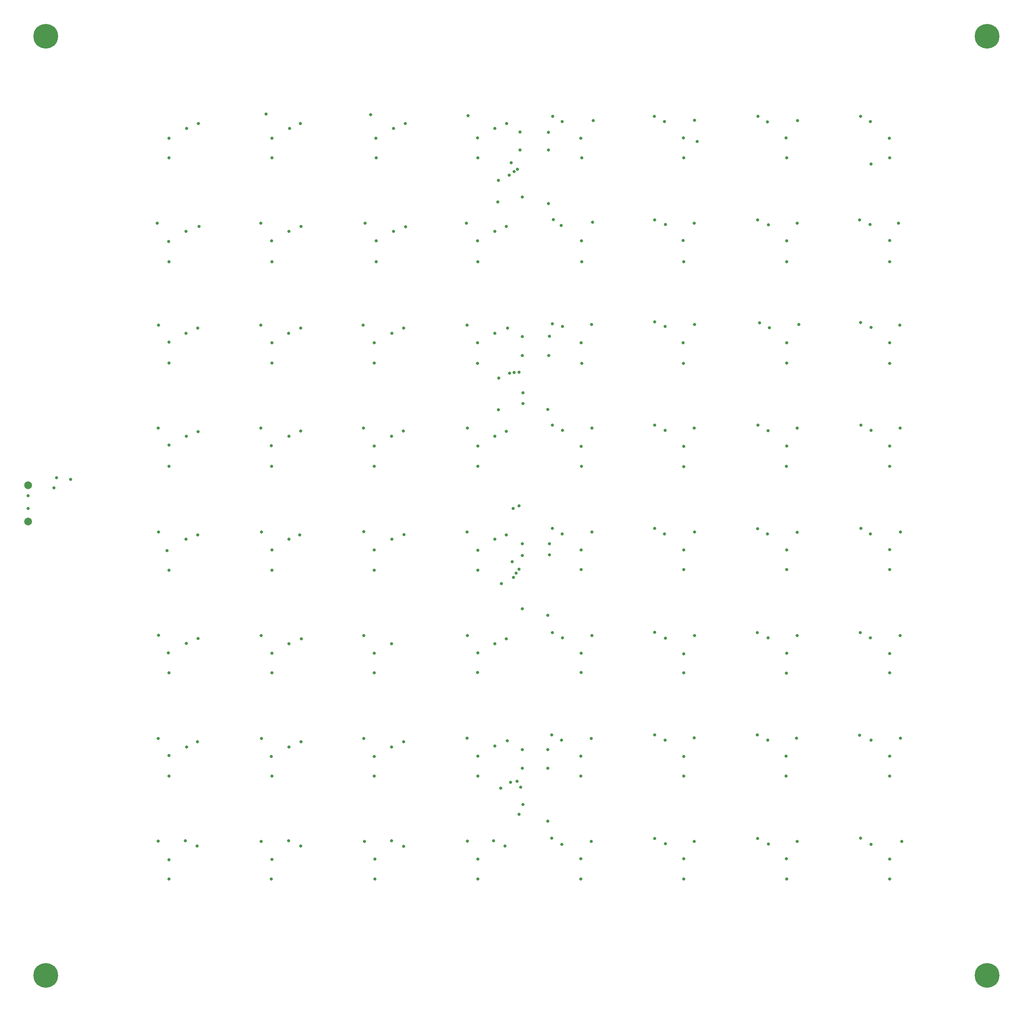
<source format=gbr>
%TF.GenerationSoftware,KiCad,Pcbnew,(6.0.8-1)-1*%
%TF.CreationDate,2022-11-25T16:28:16-05:00*%
%TF.ProjectId,smart-chessboard-board,736d6172-742d-4636-9865-7373626f6172,B*%
%TF.SameCoordinates,Original*%
%TF.FileFunction,Soldermask,Bot*%
%TF.FilePolarity,Negative*%
%FSLAX46Y46*%
G04 Gerber Fmt 4.6, Leading zero omitted, Abs format (unit mm)*
G04 Created by KiCad (PCBNEW (6.0.8-1)-1) date 2022-11-25 16:28:16*
%MOMM*%
%LPD*%
G01*
G04 APERTURE LIST*
%ADD10C,3.600000*%
%ADD11C,6.400000*%
%ADD12C,2.000000*%
%ADD13C,0.800000*%
G04 APERTURE END LIST*
D10*
%TO.C,H102*%
X347218000Y-299466000D03*
D11*
X347218000Y-299466000D03*
%TD*%
%TO.C,H104*%
X103378000Y-299466000D03*
D10*
X103378000Y-299466000D03*
%TD*%
D11*
%TO.C,H101*%
X347218000Y-56134000D03*
D10*
X347218000Y-56134000D03*
%TD*%
%TO.C,H103*%
X103378000Y-56134000D03*
D11*
X103378000Y-56134000D03*
%TD*%
D12*
%TO.C,TP1*%
X98806000Y-181864000D03*
%TD*%
%TO.C,TP2*%
X98806000Y-172466000D03*
%TD*%
D13*
X98806000Y-178435000D03*
X268430420Y-135531000D03*
X242027420Y-189185000D03*
X196013420Y-238912000D03*
X226822000Y-204470000D03*
X244817420Y-184525000D03*
X196065420Y-265957000D03*
X271350420Y-237871000D03*
X314530420Y-156851000D03*
X295083620Y-82437000D03*
X271330420Y-157631000D03*
X169390420Y-131691000D03*
X188590420Y-269282000D03*
X268580420Y-189205000D03*
X215175220Y-82423000D03*
X196103420Y-185175000D03*
X169500420Y-238902000D03*
X143070420Y-105405000D03*
X161930420Y-189175000D03*
X159040420Y-104515000D03*
X314440420Y-263907000D03*
X142755000Y-131675000D03*
X222885000Y-238633000D03*
X215270420Y-189235000D03*
X161936820Y-82473800D03*
X268600420Y-269232000D03*
X215260420Y-269282000D03*
X321915420Y-242612000D03*
X212440420Y-130951000D03*
X185738420Y-238037000D03*
X244817420Y-157621000D03*
X242017420Y-162311000D03*
X242057420Y-135531000D03*
X244680420Y-264682000D03*
X161860420Y-109125000D03*
X212500420Y-184525000D03*
X242097420Y-109095000D03*
X142785000Y-158515000D03*
X321940420Y-162281000D03*
X187463820Y-76377800D03*
X134747000Y-189357000D03*
X324610420Y-130971000D03*
X132200420Y-104535000D03*
X188433420Y-215932000D03*
X196469000Y-78740000D03*
X260996820Y-76835000D03*
X233426000Y-206121000D03*
X288280420Y-130335000D03*
X222335420Y-265938000D03*
X317130820Y-89179400D03*
X271380420Y-211362000D03*
X295260420Y-109059000D03*
X268580420Y-216082000D03*
X321965420Y-269307000D03*
X161910420Y-215962000D03*
X321910420Y-216022000D03*
X222631000Y-105410000D03*
X268590420Y-162331000D03*
X142670420Y-238902000D03*
X298030420Y-104549000D03*
X105460800Y-173075600D03*
X297815000Y-237998000D03*
X169510420Y-212232000D03*
X159190420Y-238002000D03*
X295280420Y-135545000D03*
X298450000Y-130810000D03*
X215240420Y-215902000D03*
X245121820Y-77901800D03*
X287790420Y-156865000D03*
X215260420Y-242612000D03*
X135255000Y-82550000D03*
X287819220Y-76849000D03*
X212510420Y-237987000D03*
X234696000Y-76835000D03*
X298010420Y-157625000D03*
X215150420Y-109105000D03*
X314140420Y-237237000D03*
X298000420Y-184579000D03*
X188835420Y-82473800D03*
X195933420Y-158371000D03*
X295250420Y-162305000D03*
X132524420Y-184542000D03*
X221400000Y-197925000D03*
X314500420Y-183645000D03*
X234442000Y-237109000D03*
X261060420Y-156851000D03*
X215260420Y-162251000D03*
X261040420Y-103645000D03*
X185673420Y-157601000D03*
X132535000Y-130925000D03*
X244682420Y-238012000D03*
X314340420Y-210572000D03*
X268566020Y-82423000D03*
X321906020Y-82473800D03*
X135255000Y-135382000D03*
X169395420Y-265932000D03*
X169390420Y-158361000D03*
X142723420Y-185293000D03*
X220599000Y-93472000D03*
X212540420Y-157601000D03*
X212736820Y-76682600D03*
X287770420Y-183649000D03*
X295220420Y-269232000D03*
X188423420Y-162301000D03*
X225933000Y-257683000D03*
X142825000Y-212152000D03*
X215150420Y-135511000D03*
X132525000Y-211262000D03*
X212350420Y-104525000D03*
X298030420Y-211356000D03*
X160412820Y-76225400D03*
X226822000Y-97790000D03*
X188923420Y-109105000D03*
X185713420Y-211342000D03*
X324250420Y-104545000D03*
X244777420Y-130810000D03*
X298080820Y-77915800D03*
X271350420Y-264732000D03*
X159200420Y-184515000D03*
X268470420Y-109045000D03*
X161945420Y-269332000D03*
X161740420Y-242732000D03*
X261100420Y-263932000D03*
X159090420Y-157631000D03*
X287720420Y-263957000D03*
X135200000Y-109250000D03*
X169291000Y-78740000D03*
X185865420Y-264707000D03*
X271370420Y-184515000D03*
X212535420Y-264607000D03*
X135255000Y-162052000D03*
X220726000Y-144653000D03*
X233426000Y-152781000D03*
X188473420Y-135541000D03*
X321920420Y-109045000D03*
X132500420Y-238012000D03*
X314150420Y-103645000D03*
X234537420Y-210632000D03*
X169470420Y-105405000D03*
X222631000Y-158496000D03*
X221234000Y-250952000D03*
X132500420Y-264631600D03*
X234617420Y-156831000D03*
X314438420Y-76835000D03*
X241955420Y-269232000D03*
X297995420Y-264707000D03*
X287680420Y-210606000D03*
X324680420Y-157641000D03*
X287620420Y-237126000D03*
X244827420Y-211342000D03*
X261090420Y-130061000D03*
X223012000Y-131699000D03*
X186083420Y-104525000D03*
X314390420Y-130281000D03*
X222631000Y-185293000D03*
X272122020Y-83337400D03*
X295240420Y-215946000D03*
X234823000Y-103632000D03*
X324680420Y-211332000D03*
X159170420Y-211332000D03*
X188413420Y-189225000D03*
X135128000Y-215900000D03*
X135255000Y-242443000D03*
X212530420Y-211332000D03*
X287760420Y-103669000D03*
X222631000Y-212222000D03*
X241907420Y-242637000D03*
X188463420Y-242712000D03*
X185723420Y-184425000D03*
X142575420Y-265931600D03*
X261060420Y-183635000D03*
X132475000Y-157615000D03*
X321930420Y-135511000D03*
X142875000Y-78740000D03*
X244983000Y-104267000D03*
X324730420Y-184545000D03*
X226949000Y-148463000D03*
X295120420Y-242626000D03*
X271410820Y-77851000D03*
X159060420Y-130931000D03*
X196563420Y-105425000D03*
X159170420Y-264682000D03*
X261070420Y-210562000D03*
X233426000Y-259461000D03*
X261075420Y-237112000D03*
X161760420Y-162211000D03*
X135250420Y-269456600D03*
X241935000Y-82550000D03*
X268575420Y-242687000D03*
X325115420Y-264682000D03*
X226949000Y-255143000D03*
X271360420Y-104545000D03*
X234587420Y-183642000D03*
X161900420Y-135491000D03*
X271390420Y-130810000D03*
X169164000Y-185293000D03*
X222758000Y-78740000D03*
X185593420Y-130921000D03*
X321940420Y-189095000D03*
X324715420Y-237987000D03*
X196053420Y-131701000D03*
X233553000Y-99441000D03*
X98806000Y-175133000D03*
X295260420Y-189209000D03*
X234405420Y-263907000D03*
X234567420Y-130611000D03*
X226949000Y-151257000D03*
X241987420Y-215952000D03*
X166370000Y-186436000D03*
X317115420Y-265482000D03*
X263906000Y-104902000D03*
X317119000Y-238506000D03*
X316992000Y-211963000D03*
X166243000Y-264541000D03*
X263652000Y-185039000D03*
X166370000Y-240284000D03*
X139714580Y-159760000D03*
X193421000Y-106680000D03*
X192913000Y-240284000D03*
X263779000Y-158242000D03*
X166370000Y-159766000D03*
X219710000Y-133096000D03*
X166497000Y-80010000D03*
X219710000Y-159766000D03*
X263779000Y-238506000D03*
X139827000Y-240284000D03*
X263779000Y-131318000D03*
X263875420Y-265332000D03*
X317119000Y-131572000D03*
X290570420Y-265432000D03*
X224155000Y-192278000D03*
X290395420Y-238506000D03*
X237109000Y-185039000D03*
X193421000Y-80010000D03*
X106095800Y-170484800D03*
X290322000Y-185039000D03*
X236855000Y-105156000D03*
X223520000Y-143383000D03*
X192913000Y-213487000D03*
X139684580Y-133060000D03*
X139510000Y-264515600D03*
X223901000Y-88900000D03*
X316992000Y-78232000D03*
X166370000Y-106680000D03*
X317119000Y-158242000D03*
X236982000Y-238506000D03*
X219710000Y-213487000D03*
X139700000Y-106680000D03*
X219710000Y-186436000D03*
X237109000Y-78232000D03*
X193040000Y-133096000D03*
X139675420Y-186436000D03*
X290576000Y-104916000D03*
X166243000Y-133096000D03*
X316865000Y-104902000D03*
X166370000Y-213487000D03*
X237055420Y-265457000D03*
X220472000Y-99060000D03*
X263652000Y-78232000D03*
X237236000Y-158242000D03*
X192913000Y-264541000D03*
X237236000Y-131318000D03*
X139724580Y-213417000D03*
X219710000Y-80010000D03*
X223774000Y-249428000D03*
X263875420Y-212017000D03*
X219710000Y-106680000D03*
X193040000Y-186436000D03*
X237232420Y-211942000D03*
X316992000Y-185039000D03*
X139827000Y-80010500D03*
X220599000Y-152908000D03*
X224536000Y-196342000D03*
X290322000Y-78246000D03*
X219710000Y-240030000D03*
X290449000Y-158256000D03*
X219329000Y-264541000D03*
X290449000Y-211963000D03*
X192913000Y-159766000D03*
X290830000Y-131586000D03*
X223393000Y-92075000D03*
X215175000Y-220975000D03*
X242189000Y-114554000D03*
X268605000Y-247777000D03*
X321945000Y-247777000D03*
X241935000Y-247777000D03*
X215265000Y-87630000D03*
X295275000Y-274447000D03*
X321945000Y-194310000D03*
X295200000Y-167525000D03*
X188595000Y-274447000D03*
X268605000Y-274447000D03*
X188475000Y-221000000D03*
X268605000Y-87630000D03*
X268575000Y-221050000D03*
X161925000Y-247777000D03*
X215225000Y-140825000D03*
X242075000Y-167550000D03*
X215265000Y-114554000D03*
X161925000Y-221000000D03*
X188976000Y-87630000D03*
X321945000Y-87630000D03*
X135225000Y-140775000D03*
X295250000Y-140800000D03*
X295275000Y-194310000D03*
X321925000Y-221050000D03*
X161950000Y-140800000D03*
X321945000Y-274447000D03*
X321950000Y-140825000D03*
X268550000Y-140825000D03*
X242189000Y-87630000D03*
X188468000Y-247777000D03*
X241935000Y-274447000D03*
X215265000Y-274447000D03*
X321975000Y-167525000D03*
X135255000Y-247777000D03*
X109753400Y-170942000D03*
X215265000Y-247777000D03*
X135225000Y-221000000D03*
X295275000Y-87630000D03*
X188450000Y-167475000D03*
X161925000Y-194437000D03*
X135225000Y-114550000D03*
X295148000Y-247777000D03*
X188400000Y-140800000D03*
X242062000Y-194310000D03*
X188976000Y-114554000D03*
X135255000Y-87630000D03*
X242200000Y-140825000D03*
X188468000Y-194437000D03*
X268605000Y-114554000D03*
X295275000Y-114554000D03*
X161900000Y-114550000D03*
X135255000Y-194437000D03*
X135275000Y-167475000D03*
X161798000Y-274447000D03*
X135255000Y-274447000D03*
X295200000Y-221075000D03*
X161875000Y-167475000D03*
X215275000Y-167525000D03*
X242025000Y-220975000D03*
X268600000Y-167600000D03*
X268605000Y-194310000D03*
X161925000Y-87630000D03*
X215265000Y-194437000D03*
X321945000Y-114554000D03*
X233426000Y-240919000D03*
X226822000Y-240919000D03*
X233426000Y-245745000D03*
X226822000Y-245745000D03*
X226782580Y-187579000D03*
X233807000Y-187579000D03*
X233807000Y-190500000D03*
X226782580Y-190627000D03*
X226800000Y-133925000D03*
X233831800Y-133858000D03*
X226822000Y-138811000D03*
X233680000Y-138811000D03*
X226187000Y-80899000D03*
X233553000Y-81026000D03*
X233553000Y-85598000D03*
X226187000Y-85598000D03*
X225933000Y-143129000D03*
X225933000Y-177762500D03*
X225552000Y-90551000D03*
X226399500Y-250698000D03*
X225933000Y-194183000D03*
X224409000Y-178435000D03*
X224663000Y-143256000D03*
X225425000Y-249174000D03*
X225171000Y-195199000D03*
X224663000Y-91186000D03*
M02*

</source>
